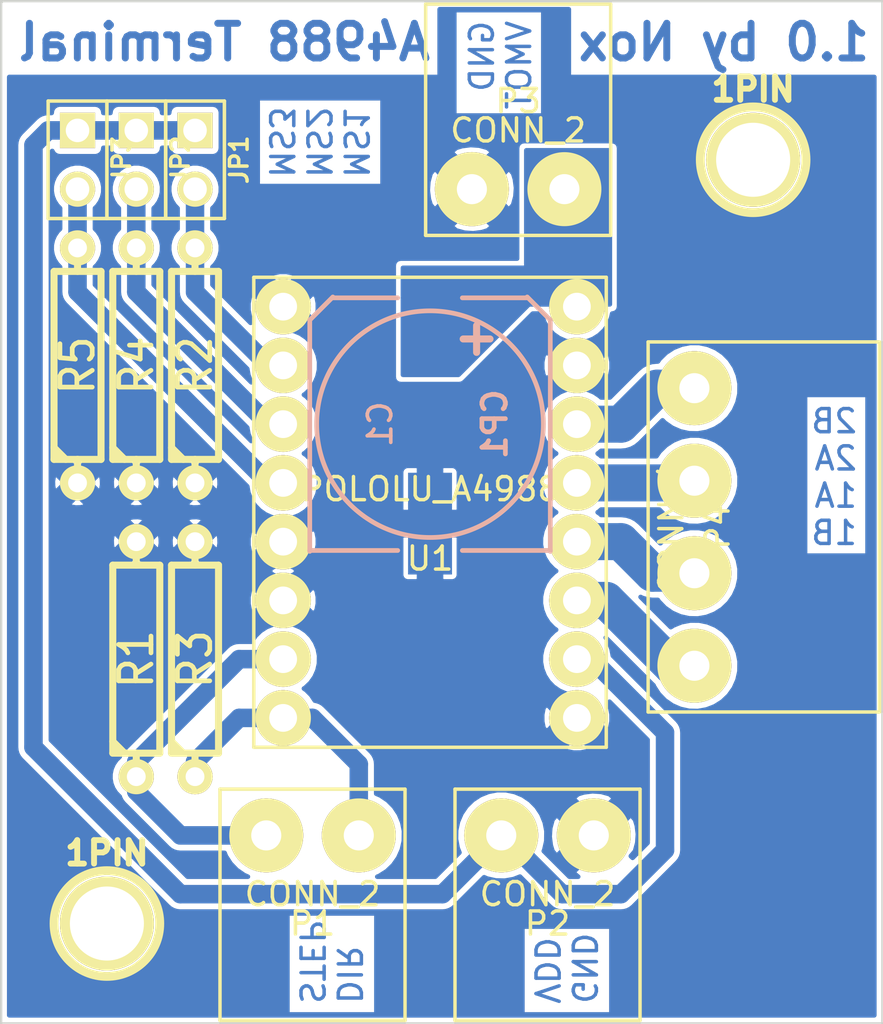
<source format=kicad_pcb>
(kicad_pcb (version 4) (host pcbnew "(2015-07-04 BZR 5884, Git c1bbf3e)-product")

  (general
    (links 32)
    (no_connects 1)
    (area 91.897999 51.360999 130.249001 95.959001)
    (thickness 1.6)
    (drawings 13)
    (tracks 50)
    (zones 0)
    (modules 16)
    (nets 13)
  )

  (page A3)
  (layers
    (0 F.Cu signal)
    (31 B.Cu signal)
    (32 B.Adhes user)
    (33 F.Adhes user)
    (34 B.Paste user)
    (35 F.Paste user)
    (36 B.SilkS user)
    (37 F.SilkS user)
    (38 B.Mask user)
    (39 F.Mask user)
    (40 Dwgs.User user hide)
    (41 Cmts.User user)
    (42 Eco1.User user)
    (43 Eco2.User user)
    (44 Edge.Cuts user)
  )

  (setup
    (last_trace_width 0.254)
    (user_trace_width 0.3)
    (user_trace_width 0.5)
    (user_trace_width 0.8)
    (user_trace_width 1)
    (user_trace_width 1.6)
    (user_trace_width 2.8)
    (trace_clearance 0.254)
    (zone_clearance 0.2)
    (zone_45_only no)
    (trace_min 0.254)
    (segment_width 0.2)
    (edge_width 0.1)
    (via_size 0.889)
    (via_drill 0.635)
    (via_min_size 0.889)
    (via_min_drill 0.508)
    (uvia_size 0.508)
    (uvia_drill 0.127)
    (uvias_allowed no)
    (uvia_min_size 0.508)
    (uvia_min_drill 0.127)
    (pcb_text_width 0.3)
    (pcb_text_size 1.5 1.5)
    (mod_edge_width 0.15)
    (mod_text_size 1 1)
    (mod_text_width 0.15)
    (pad_size 4.064 4.064)
    (pad_drill 3.2)
    (pad_to_mask_clearance 0)
    (aux_axis_origin 0 0)
    (visible_elements 7FFFFFFF)
    (pcbplotparams
      (layerselection 0x00030_80000001)
      (usegerberextensions true)
      (excludeedgelayer true)
      (linewidth 0.150000)
      (plotframeref false)
      (viasonmask false)
      (mode 1)
      (useauxorigin false)
      (hpglpennumber 1)
      (hpglpenspeed 20)
      (hpglpendiameter 15)
      (hpglpenoverlay 2)
      (psnegative false)
      (psa4output false)
      (plotreference true)
      (plotvalue true)
      (plotinvisibletext false)
      (padsonsilk false)
      (subtractmaskfromsilk false)
      (outputformat 1)
      (mirror false)
      (drillshape 0)
      (scaleselection 1)
      (outputdirectory ""))
  )

  (net 0 "")
  (net 1 +24V)
  (net 2 GND)
  (net 3 N-0000010)
  (net 4 N-0000011)
  (net 5 N-000003)
  (net 6 N-000004)
  (net 7 N-000005)
  (net 8 N-000006)
  (net 9 N-000007)
  (net 10 N-000008)
  (net 11 N-000009)
  (net 12 VDD)

  (net_class Default "Dies ist die voreingestellte Netzklasse."
    (clearance 0.254)
    (trace_width 0.254)
    (via_dia 0.889)
    (via_drill 0.635)
    (uvia_dia 0.508)
    (uvia_drill 0.127)
    (add_net +24V)
    (add_net GND)
    (add_net N-0000010)
    (add_net N-0000011)
    (add_net N-000003)
    (add_net N-000004)
    (add_net N-000005)
    (add_net N-000006)
    (add_net N-000007)
    (add_net N-000008)
    (add_net N-000009)
    (add_net VDD)
  )

  (module Terminal2 (layer F.Cu) (tedit 558AC7E6) (tstamp 558ACCFF)
    (at 114.3 59.69)
    (path /558AC112)
    (fp_text reference P3 (at 0 -3.81) (layer F.SilkS)
      (effects (font (size 1 1) (thickness 0.15)))
    )
    (fp_text value CONN_2 (at 0 -2.54) (layer F.SilkS)
      (effects (font (size 1 1) (thickness 0.15)))
    )
    (fp_line (start -4 -8) (end 4 -8) (layer F.SilkS) (width 0.15))
    (fp_line (start 4 -8) (end 4 2) (layer F.SilkS) (width 0.15))
    (fp_line (start 4 2) (end -4 2) (layer F.SilkS) (width 0.15))
    (fp_line (start -4 2) (end -4 -8) (layer F.SilkS) (width 0.15))
    (pad 1 thru_hole circle (at -2 0) (size 3.2 3.2) (drill 1.3) (layers *.Cu *.Mask F.SilkS)
      (net 2 GND))
    (pad 2 thru_hole circle (at 2 0) (size 3.2 3.2) (drill 1.3) (layers *.Cu *.Mask F.SilkS)
      (net 1 +24V))
  )

  (module Terminal2 (layer F.Cu) (tedit 558AC7E6) (tstamp 558ACD09)
    (at 105.41 87.63 180)
    (path /558AC2EB)
    (fp_text reference P1 (at 0 -3.81 180) (layer F.SilkS)
      (effects (font (size 1 1) (thickness 0.15)))
    )
    (fp_text value CONN_2 (at 0 -2.54 180) (layer F.SilkS)
      (effects (font (size 1 1) (thickness 0.15)))
    )
    (fp_line (start -4 -8) (end 4 -8) (layer F.SilkS) (width 0.15))
    (fp_line (start 4 -8) (end 4 2) (layer F.SilkS) (width 0.15))
    (fp_line (start 4 2) (end -4 2) (layer F.SilkS) (width 0.15))
    (fp_line (start -4 2) (end -4 -8) (layer F.SilkS) (width 0.15))
    (pad 1 thru_hole circle (at -2 0 180) (size 3.2 3.2) (drill 1.3) (layers *.Cu *.Mask F.SilkS)
      (net 9 N-000007))
    (pad 2 thru_hole circle (at 2 0 180) (size 3.2 3.2) (drill 1.3) (layers *.Cu *.Mask F.SilkS)
      (net 10 N-000008))
  )

  (module Terminal2 (layer F.Cu) (tedit 558AC7E6) (tstamp 558ACD13)
    (at 115.57 87.63 180)
    (path /558AC557)
    (fp_text reference P2 (at 0 -3.81 180) (layer F.SilkS)
      (effects (font (size 1 1) (thickness 0.15)))
    )
    (fp_text value CONN_2 (at 0 -2.54 180) (layer F.SilkS)
      (effects (font (size 1 1) (thickness 0.15)))
    )
    (fp_line (start -4 -8) (end 4 -8) (layer F.SilkS) (width 0.15))
    (fp_line (start 4 -8) (end 4 2) (layer F.SilkS) (width 0.15))
    (fp_line (start 4 2) (end -4 2) (layer F.SilkS) (width 0.15))
    (fp_line (start -4 2) (end -4 -8) (layer F.SilkS) (width 0.15))
    (pad 1 thru_hole circle (at -2 0 180) (size 3.2 3.2) (drill 1.3) (layers *.Cu *.Mask F.SilkS)
      (net 2 GND))
    (pad 2 thru_hole circle (at 2 0 180) (size 3.2 3.2) (drill 1.3) (layers *.Cu *.Mask F.SilkS)
      (net 12 VDD))
  )

  (module Terminal-4 (layer F.Cu) (tedit 558AC8FD) (tstamp 558ACD1F)
    (at 121.92 74.295 270)
    (path /558AC365)
    (fp_text reference P4 (at 0 -1 270) (layer F.SilkS)
      (effects (font (size 1 1) (thickness 0.15)))
    )
    (fp_text value CONN_4 (at 0 1 270) (layer F.SilkS)
      (effects (font (size 1 1) (thickness 0.15)))
    )
    (fp_line (start 8 -8) (end 8 2) (layer F.SilkS) (width 0.15))
    (fp_line (start 8 2) (end -8 2) (layer F.SilkS) (width 0.15))
    (fp_line (start -8 2) (end -8 -8) (layer F.SilkS) (width 0.15))
    (fp_line (start -8 -8) (end 8 -8) (layer F.SilkS) (width 0.15))
    (pad 2 thru_hole circle (at -2 0 270) (size 3.2 3.2) (drill 1.3) (layers *.Cu *.Mask F.SilkS)
      (net 5 N-000003))
    (pad 3 thru_hole circle (at 2 0 270) (size 3.2 3.2) (drill 1.3) (layers *.Cu *.Mask F.SilkS)
      (net 7 N-000005))
    (pad 4 thru_hole circle (at 6 0 270) (size 3.2 3.2) (drill 1.3) (layers *.Cu *.Mask F.SilkS)
      (net 6 N-000004))
    (pad 1 thru_hole circle (at -6 0 270) (size 3.2 3.2) (drill 1.3) (layers *.Cu *.Mask F.SilkS)
      (net 8 N-000006))
  )

  (module R4 (layer F.Cu) (tedit 200000) (tstamp 558ACD2D)
    (at 100.33 67.31 90)
    (descr "Resitance 4 pas")
    (tags R)
    (path /558AC003)
    (autoplace_cost180 10)
    (fp_text reference R2 (at 0 0 90) (layer F.SilkS)
      (effects (font (size 1.397 1.27) (thickness 0.2032)))
    )
    (fp_text value R (at 0 0 90) (layer F.SilkS) hide
      (effects (font (size 1.397 1.27) (thickness 0.2032)))
    )
    (fp_line (start -5.08 0) (end -4.064 0) (layer F.SilkS) (width 0.3048))
    (fp_line (start -4.064 0) (end -4.064 -1.016) (layer F.SilkS) (width 0.3048))
    (fp_line (start -4.064 -1.016) (end 4.064 -1.016) (layer F.SilkS) (width 0.3048))
    (fp_line (start 4.064 -1.016) (end 4.064 1.016) (layer F.SilkS) (width 0.3048))
    (fp_line (start 4.064 1.016) (end -4.064 1.016) (layer F.SilkS) (width 0.3048))
    (fp_line (start -4.064 1.016) (end -4.064 0) (layer F.SilkS) (width 0.3048))
    (fp_line (start -4.064 -0.508) (end -3.556 -1.016) (layer F.SilkS) (width 0.3048))
    (fp_line (start 5.08 0) (end 4.064 0) (layer F.SilkS) (width 0.3048))
    (pad 1 thru_hole circle (at -5.08 0 90) (size 1.524 1.524) (drill 0.8128) (layers *.Cu *.Mask F.SilkS)
      (net 2 GND))
    (pad 2 thru_hole circle (at 5.08 0 90) (size 1.524 1.524) (drill 0.8128) (layers *.Cu *.Mask F.SilkS)
      (net 11 N-000009))
    (model discret/resistor.wrl
      (at (xyz 0 0 0))
      (scale (xyz 0.4 0.4 0.4))
      (rotate (xyz 0 0 0))
    )
  )

  (module R4 (layer F.Cu) (tedit 200000) (tstamp 558ACD3B)
    (at 97.79 67.31 90)
    (descr "Resitance 4 pas")
    (tags R)
    (path /558AC010)
    (autoplace_cost180 10)
    (fp_text reference R4 (at 0 0 90) (layer F.SilkS)
      (effects (font (size 1.397 1.27) (thickness 0.2032)))
    )
    (fp_text value R (at 0 0 90) (layer F.SilkS) hide
      (effects (font (size 1.397 1.27) (thickness 0.2032)))
    )
    (fp_line (start -5.08 0) (end -4.064 0) (layer F.SilkS) (width 0.3048))
    (fp_line (start -4.064 0) (end -4.064 -1.016) (layer F.SilkS) (width 0.3048))
    (fp_line (start -4.064 -1.016) (end 4.064 -1.016) (layer F.SilkS) (width 0.3048))
    (fp_line (start 4.064 -1.016) (end 4.064 1.016) (layer F.SilkS) (width 0.3048))
    (fp_line (start 4.064 1.016) (end -4.064 1.016) (layer F.SilkS) (width 0.3048))
    (fp_line (start -4.064 1.016) (end -4.064 0) (layer F.SilkS) (width 0.3048))
    (fp_line (start -4.064 -0.508) (end -3.556 -1.016) (layer F.SilkS) (width 0.3048))
    (fp_line (start 5.08 0) (end 4.064 0) (layer F.SilkS) (width 0.3048))
    (pad 1 thru_hole circle (at -5.08 0 90) (size 1.524 1.524) (drill 0.8128) (layers *.Cu *.Mask F.SilkS)
      (net 2 GND))
    (pad 2 thru_hole circle (at 5.08 0 90) (size 1.524 1.524) (drill 0.8128) (layers *.Cu *.Mask F.SilkS)
      (net 4 N-0000011))
    (model discret/resistor.wrl
      (at (xyz 0 0 0))
      (scale (xyz 0.4 0.4 0.4))
      (rotate (xyz 0 0 0))
    )
  )

  (module R4 (layer F.Cu) (tedit 200000) (tstamp 558ACD49)
    (at 95.25 67.31 90)
    (descr "Resitance 4 pas")
    (tags R)
    (path /558AC016)
    (autoplace_cost180 10)
    (fp_text reference R5 (at 0 0 90) (layer F.SilkS)
      (effects (font (size 1.397 1.27) (thickness 0.2032)))
    )
    (fp_text value R (at 0 0 90) (layer F.SilkS) hide
      (effects (font (size 1.397 1.27) (thickness 0.2032)))
    )
    (fp_line (start -5.08 0) (end -4.064 0) (layer F.SilkS) (width 0.3048))
    (fp_line (start -4.064 0) (end -4.064 -1.016) (layer F.SilkS) (width 0.3048))
    (fp_line (start -4.064 -1.016) (end 4.064 -1.016) (layer F.SilkS) (width 0.3048))
    (fp_line (start 4.064 -1.016) (end 4.064 1.016) (layer F.SilkS) (width 0.3048))
    (fp_line (start 4.064 1.016) (end -4.064 1.016) (layer F.SilkS) (width 0.3048))
    (fp_line (start -4.064 1.016) (end -4.064 0) (layer F.SilkS) (width 0.3048))
    (fp_line (start -4.064 -0.508) (end -3.556 -1.016) (layer F.SilkS) (width 0.3048))
    (fp_line (start 5.08 0) (end 4.064 0) (layer F.SilkS) (width 0.3048))
    (pad 1 thru_hole circle (at -5.08 0 90) (size 1.524 1.524) (drill 0.8128) (layers *.Cu *.Mask F.SilkS)
      (net 2 GND))
    (pad 2 thru_hole circle (at 5.08 0 90) (size 1.524 1.524) (drill 0.8128) (layers *.Cu *.Mask F.SilkS)
      (net 3 N-0000010))
    (model discret/resistor.wrl
      (at (xyz 0 0 0))
      (scale (xyz 0.4 0.4 0.4))
      (rotate (xyz 0 0 0))
    )
  )

  (module R4 (layer F.Cu) (tedit 200000) (tstamp 558ACD57)
    (at 97.79 80.01 90)
    (descr "Resitance 4 pas")
    (tags R)
    (path /558AC30D)
    (autoplace_cost180 10)
    (fp_text reference R1 (at 0 0 90) (layer F.SilkS)
      (effects (font (size 1.397 1.27) (thickness 0.2032)))
    )
    (fp_text value R (at 0 0 90) (layer F.SilkS) hide
      (effects (font (size 1.397 1.27) (thickness 0.2032)))
    )
    (fp_line (start -5.08 0) (end -4.064 0) (layer F.SilkS) (width 0.3048))
    (fp_line (start -4.064 0) (end -4.064 -1.016) (layer F.SilkS) (width 0.3048))
    (fp_line (start -4.064 -1.016) (end 4.064 -1.016) (layer F.SilkS) (width 0.3048))
    (fp_line (start 4.064 -1.016) (end 4.064 1.016) (layer F.SilkS) (width 0.3048))
    (fp_line (start 4.064 1.016) (end -4.064 1.016) (layer F.SilkS) (width 0.3048))
    (fp_line (start -4.064 1.016) (end -4.064 0) (layer F.SilkS) (width 0.3048))
    (fp_line (start -4.064 -0.508) (end -3.556 -1.016) (layer F.SilkS) (width 0.3048))
    (fp_line (start 5.08 0) (end 4.064 0) (layer F.SilkS) (width 0.3048))
    (pad 1 thru_hole circle (at -5.08 0 90) (size 1.524 1.524) (drill 0.8128) (layers *.Cu *.Mask F.SilkS)
      (net 10 N-000008))
    (pad 2 thru_hole circle (at 5.08 0 90) (size 1.524 1.524) (drill 0.8128) (layers *.Cu *.Mask F.SilkS)
      (net 2 GND))
    (model discret/resistor.wrl
      (at (xyz 0 0 0))
      (scale (xyz 0.4 0.4 0.4))
      (rotate (xyz 0 0 0))
    )
  )

  (module R4 (layer F.Cu) (tedit 200000) (tstamp 558ACD65)
    (at 100.33 80.01 90)
    (descr "Resitance 4 pas")
    (tags R)
    (path /558AC31C)
    (autoplace_cost180 10)
    (fp_text reference R3 (at 0 0 90) (layer F.SilkS)
      (effects (font (size 1.397 1.27) (thickness 0.2032)))
    )
    (fp_text value R (at 0 0 90) (layer F.SilkS) hide
      (effects (font (size 1.397 1.27) (thickness 0.2032)))
    )
    (fp_line (start -5.08 0) (end -4.064 0) (layer F.SilkS) (width 0.3048))
    (fp_line (start -4.064 0) (end -4.064 -1.016) (layer F.SilkS) (width 0.3048))
    (fp_line (start -4.064 -1.016) (end 4.064 -1.016) (layer F.SilkS) (width 0.3048))
    (fp_line (start 4.064 -1.016) (end 4.064 1.016) (layer F.SilkS) (width 0.3048))
    (fp_line (start 4.064 1.016) (end -4.064 1.016) (layer F.SilkS) (width 0.3048))
    (fp_line (start -4.064 1.016) (end -4.064 0) (layer F.SilkS) (width 0.3048))
    (fp_line (start -4.064 -0.508) (end -3.556 -1.016) (layer F.SilkS) (width 0.3048))
    (fp_line (start 5.08 0) (end 4.064 0) (layer F.SilkS) (width 0.3048))
    (pad 1 thru_hole circle (at -5.08 0 90) (size 1.524 1.524) (drill 0.8128) (layers *.Cu *.Mask F.SilkS)
      (net 9 N-000007))
    (pad 2 thru_hole circle (at 5.08 0 90) (size 1.524 1.524) (drill 0.8128) (layers *.Cu *.Mask F.SilkS)
      (net 2 GND))
    (model discret/resistor.wrl
      (at (xyz 0 0 0))
      (scale (xyz 0.4 0.4 0.4))
      (rotate (xyz 0 0 0))
    )
  )

  (module Pololu_A4988 (layer F.Cu) (tedit 558ACBE0) (tstamp 558ACD7D)
    (at 110.49 73.66)
    (path /558ABE55)
    (fp_text reference U1 (at 0 2) (layer F.SilkS)
      (effects (font (size 1 1) (thickness 0.15)))
    )
    (fp_text value POLOLU_A4988 (at 0 -1) (layer F.SilkS)
      (effects (font (size 1 1) (thickness 0.15)))
    )
    (fp_line (start -7.62 -10.16) (end 7.62 -10.16) (layer F.SilkS) (width 0.15))
    (fp_line (start 7.62 -10.16) (end 7.62 10.16) (layer F.SilkS) (width 0.15))
    (fp_line (start 7.62 10.16) (end -7.62 10.16) (layer F.SilkS) (width 0.15))
    (fp_line (start -7.62 10.16) (end -7.62 -10.16) (layer F.SilkS) (width 0.15))
    (pad 1 thru_hole circle (at -6.35 -8.89) (size 2.4 2.4) (drill 1.2) (layers *.Cu *.Mask F.SilkS)
      (net 2 GND))
    (pad 2 thru_hole circle (at -6.35 -6.35) (size 2.4 2.4) (drill 1.2) (layers *.Cu *.Mask F.SilkS)
      (net 11 N-000009))
    (pad 3 thru_hole circle (at -6.35 -3.81) (size 2.4 2.4) (drill 1.2) (layers *.Cu *.Mask F.SilkS)
      (net 4 N-0000011))
    (pad 4 thru_hole circle (at -6.35 -1.27) (size 2.4 2.4) (drill 1.2) (layers *.Cu *.Mask F.SilkS)
      (net 3 N-0000010))
    (pad 5 thru_hole circle (at -6.35 1.27) (size 2.4 2.4) (drill 1.2) (layers *.Cu *.Mask F.SilkS)
      (net 2 GND))
    (pad 6 thru_hole circle (at -6.35 3.81) (size 2.4 2.4) (drill 1.2) (layers *.Cu *.Mask F.SilkS)
      (net 2 GND))
    (pad 7 thru_hole circle (at -6.35 6.35) (size 2.4 2.4) (drill 1.2) (layers *.Cu *.Mask F.SilkS)
      (net 10 N-000008))
    (pad 8 thru_hole circle (at -6.35 8.89) (size 2.4 2.4) (drill 1.2) (layers *.Cu *.Mask F.SilkS)
      (net 9 N-000007))
    (pad 9 thru_hole circle (at 6.35 8.89) (size 2.4 2.4) (drill 1.2) (layers *.Cu *.Mask F.SilkS)
      (net 2 GND))
    (pad 10 thru_hole circle (at 6.35 6.35) (size 2.4 2.4) (drill 1.2) (layers *.Cu *.Mask F.SilkS)
      (net 12 VDD))
    (pad 11 thru_hole circle (at 6.35 3.81) (size 2.4 2.4) (drill 1.2) (layers *.Cu *.Mask F.SilkS)
      (net 6 N-000004))
    (pad 12 thru_hole circle (at 6.35 1.27) (size 2.4 2.4) (drill 1.2) (layers *.Cu *.Mask F.SilkS)
      (net 7 N-000005))
    (pad 13 thru_hole circle (at 6.35 -1.27) (size 2.4 2.4) (drill 1.2) (layers *.Cu *.Mask F.SilkS)
      (net 5 N-000003))
    (pad 14 thru_hole circle (at 6.35 -3.81) (size 2.4 2.4) (drill 1.2) (layers *.Cu *.Mask F.SilkS)
      (net 8 N-000006))
    (pad 15 thru_hole circle (at 6.35 -6.35) (size 2.4 2.4) (drill 1.2) (layers *.Cu *.Mask F.SilkS)
      (net 2 GND))
    (pad 16 thru_hole circle (at 6.35 -8.89) (size 2.4 2.4) (drill 1.2) (layers *.Cu *.Mask F.SilkS)
      (net 1 +24V))
  )

  (module PIN_ARRAY_2X1 (layer F.Cu) (tedit 4565C520) (tstamp 558ACD87)
    (at 100.33 58.42 270)
    (descr "Connecteurs 2 pins")
    (tags "CONN DEV")
    (path /558ABFE8)
    (fp_text reference JP1 (at 0 -1.905 270) (layer F.SilkS)
      (effects (font (size 0.762 0.762) (thickness 0.1524)))
    )
    (fp_text value JUMPER (at 0 -1.905 270) (layer F.SilkS) hide
      (effects (font (size 0.762 0.762) (thickness 0.1524)))
    )
    (fp_line (start -2.54 1.27) (end -2.54 -1.27) (layer F.SilkS) (width 0.1524))
    (fp_line (start -2.54 -1.27) (end 2.54 -1.27) (layer F.SilkS) (width 0.1524))
    (fp_line (start 2.54 -1.27) (end 2.54 1.27) (layer F.SilkS) (width 0.1524))
    (fp_line (start 2.54 1.27) (end -2.54 1.27) (layer F.SilkS) (width 0.1524))
    (pad 1 thru_hole rect (at -1.27 0 270) (size 1.524 1.524) (drill 1.016) (layers *.Cu *.Mask F.SilkS)
      (net 12 VDD))
    (pad 2 thru_hole circle (at 1.27 0 270) (size 1.524 1.524) (drill 1.016) (layers *.Cu *.Mask F.SilkS)
      (net 11 N-000009))
    (model pin_array/pins_array_2x1.wrl
      (at (xyz 0 0 0))
      (scale (xyz 1 1 1))
      (rotate (xyz 0 0 0))
    )
  )

  (module PIN_ARRAY_2X1 (layer F.Cu) (tedit 4565C520) (tstamp 558ACD91)
    (at 97.79 58.42 270)
    (descr "Connecteurs 2 pins")
    (tags "CONN DEV")
    (path /558ABFF5)
    (fp_text reference JP2 (at 0 -1.905 270) (layer F.SilkS)
      (effects (font (size 0.762 0.762) (thickness 0.1524)))
    )
    (fp_text value JUMPER (at 0 -1.905 270) (layer F.SilkS) hide
      (effects (font (size 0.762 0.762) (thickness 0.1524)))
    )
    (fp_line (start -2.54 1.27) (end -2.54 -1.27) (layer F.SilkS) (width 0.1524))
    (fp_line (start -2.54 -1.27) (end 2.54 -1.27) (layer F.SilkS) (width 0.1524))
    (fp_line (start 2.54 -1.27) (end 2.54 1.27) (layer F.SilkS) (width 0.1524))
    (fp_line (start 2.54 1.27) (end -2.54 1.27) (layer F.SilkS) (width 0.1524))
    (pad 1 thru_hole rect (at -1.27 0 270) (size 1.524 1.524) (drill 1.016) (layers *.Cu *.Mask F.SilkS)
      (net 12 VDD))
    (pad 2 thru_hole circle (at 1.27 0 270) (size 1.524 1.524) (drill 1.016) (layers *.Cu *.Mask F.SilkS)
      (net 4 N-0000011))
    (model pin_array/pins_array_2x1.wrl
      (at (xyz 0 0 0))
      (scale (xyz 1 1 1))
      (rotate (xyz 0 0 0))
    )
  )

  (module PIN_ARRAY_2X1 (layer F.Cu) (tedit 4565C520) (tstamp 558ACD9B)
    (at 95.25 58.42 270)
    (descr "Connecteurs 2 pins")
    (tags "CONN DEV")
    (path /558ABFFB)
    (fp_text reference JP3 (at 0 -1.905 270) (layer F.SilkS)
      (effects (font (size 0.762 0.762) (thickness 0.1524)))
    )
    (fp_text value JUMPER (at 0 -1.905 270) (layer F.SilkS) hide
      (effects (font (size 0.762 0.762) (thickness 0.1524)))
    )
    (fp_line (start -2.54 1.27) (end -2.54 -1.27) (layer F.SilkS) (width 0.1524))
    (fp_line (start -2.54 -1.27) (end 2.54 -1.27) (layer F.SilkS) (width 0.1524))
    (fp_line (start 2.54 -1.27) (end 2.54 1.27) (layer F.SilkS) (width 0.1524))
    (fp_line (start 2.54 1.27) (end -2.54 1.27) (layer F.SilkS) (width 0.1524))
    (pad 1 thru_hole rect (at -1.27 0 270) (size 1.524 1.524) (drill 1.016) (layers *.Cu *.Mask F.SilkS)
      (net 12 VDD))
    (pad 2 thru_hole circle (at 1.27 0 270) (size 1.524 1.524) (drill 1.016) (layers *.Cu *.Mask F.SilkS)
      (net 3 N-0000010))
    (model pin_array/pins_array_2x1.wrl
      (at (xyz 0 0 0))
      (scale (xyz 1 1 1))
      (rotate (xyz 0 0 0))
    )
  )

  (module SMDSVP10 (layer B.Cu) (tedit 4E4E6A58) (tstamp 558ACDA2)
    (at 110.49 69.85 270)
    (path /558AC0F9)
    (attr smd)
    (fp_text reference C1 (at 0 2.159 270) (layer B.SilkS)
      (effects (font (size 1.016 1.00076) (thickness 0.15748)) (justify mirror))
    )
    (fp_text value CP1 (at 0 -2.79908 270) (layer B.SilkS)
      (effects (font (size 1.016 1.00076) (thickness 0.2032)) (justify mirror))
    )
    (fp_line (start -5.461 -4.191) (end -5.461 -1.397) (layer B.SilkS) (width 0.2032))
    (fp_line (start -5.461 4.191) (end -5.461 1.397) (layer B.SilkS) (width 0.2032))
    (fp_line (start 5.461 -5.207) (end 5.461 -1.397) (layer B.SilkS) (width 0.2032))
    (fp_line (start 5.461 5.207) (end 5.461 1.397) (layer B.SilkS) (width 0.2032))
    (fp_text user + (at -3.683 -1.905 270) (layer B.SilkS)
      (effects (font (thickness 0.3048)) (justify mirror))
    )
    (fp_circle (center 0 0) (end 4.89966 0) (layer B.SilkS) (width 0.2032))
    (fp_line (start 5.4991 5.19938) (end -4.50088 5.19938) (layer B.SilkS) (width 0.2032))
    (fp_line (start -4.50088 5.19938) (end -5.4991 4.20116) (layer B.SilkS) (width 0.2032))
    (fp_line (start -5.4991 -4.20116) (end -4.50088 -5.19938) (layer B.SilkS) (width 0.2032))
    (fp_line (start -4.50088 -5.19938) (end 5.4991 -5.19938) (layer B.SilkS) (width 0.2032))
    (pad 1 smd rect (at -4.39928 0 270) (size 4.39928 1.89992) (layers B.Cu B.Paste B.Mask)
      (net 1 +24V))
    (pad 2 smd rect (at 4.30022 0 270) (size 4.39928 1.89992) (layers B.Cu B.Paste B.Mask)
      (net 2 GND))
    (model smd\capacitors\c_elec_10x10_5.wrl
      (at (xyz 0 0 0.001))
      (scale (xyz 1 1 1))
      (rotate (xyz 0 0 0))
    )
  )

  (module 1pin (layer F.Cu) (tedit 558AE44B) (tstamp 558B411B)
    (at 124.46 58.42)
    (descr "module 1 pin (ou trou mecanique de percage)")
    (tags DEV)
    (path 1pin)
    (fp_text reference 1PIN (at 0 -3.048) (layer F.SilkS)
      (effects (font (size 1.016 1.016) (thickness 0.254)))
    )
    (fp_text value P*** (at 0 2.794) (layer F.SilkS) hide
      (effects (font (size 1.016 1.016) (thickness 0.254)))
    )
    (fp_circle (center 0 0) (end 0 -2.286) (layer F.SilkS) (width 0.381))
    (pad 1 thru_hole circle (at 0 0) (size 4.064 4.064) (drill 3.2) (layers *.Cu *.Mask F.SilkS))
  )

  (module 1pin (layer F.Cu) (tedit 558AE49D) (tstamp 558B4150)
    (at 96.52 91.44)
    (descr "module 1 pin (ou trou mecanique de percage)")
    (tags DEV)
    (path 1pin)
    (fp_text reference 1PIN (at 0 -3.048) (layer F.SilkS)
      (effects (font (size 1.016 1.016) (thickness 0.254)))
    )
    (fp_text value P*** (at 0 2.794) (layer F.SilkS) hide
      (effects (font (size 1.016 1.016) (thickness 0.254)))
    )
    (fp_circle (center 0 0) (end 0 -2.286) (layer F.SilkS) (width 0.381))
    (pad 1 thru_hole circle (at 0 0) (size 4.064 4.064) (drill 3.2) (layers *.Cu *.Mask F.SilkS))
  )

  (gr_text "MS1\nMS2\nMS3" (at 105.664 57.658 270) (layer B.Cu)
    (effects (font (size 1 1) (thickness 0.15)) (justify mirror))
  )
  (gr_text "1.0 by Nox" (at 123.19 53.34) (layer B.Cu)
    (effects (font (size 1.5 1.5) (thickness 0.3)) (justify mirror))
  )
  (gr_text "A4988 Terminal" (at 101.6 53.34) (layer B.Cu)
    (effects (font (size 1.5 1.5) (thickness 0.3)) (justify mirror))
  )
  (gr_text "GND\nVMOT" (at 113.538 52.324 90) (layer B.Cu)
    (effects (font (size 1 1) (thickness 0.15)) (justify left mirror))
  )
  (gr_text "2B\n2A\n1A\n1B" (at 129.032 72.136) (layer B.Cu)
    (effects (font (size 1 1) (thickness 0.15)) (justify left mirror))
  )
  (gr_text "GND\nVDD" (at 116.332 94.996 270) (layer B.Cu)
    (effects (font (size 1 1) (thickness 0.15)) (justify left mirror))
  )
  (gr_text "VDD\nGND" (at 121.158 94.996 90) (layer Eco2.User)
    (effects (font (size 1.5 1.5) (thickness 0.3)) (justify left))
  )
  (gr_text "DIR\nSTEP" (at 106.172 94.996 270) (layer B.Cu)
    (effects (font (size 1 1) (thickness 0.15)) (justify left mirror))
  )
  (target plus (at 91.948 51.562) (size 0.005) (width 0.1) (layer Edge.Cuts))
  (gr_line (start 91.948 95.758) (end 91.948 51.562) (angle 90) (layer Edge.Cuts) (width 0.1))
  (gr_line (start 130.048 95.758) (end 91.948 95.758) (angle 90) (layer Edge.Cuts) (width 0.1))
  (gr_line (start 130.048 51.562) (end 130.048 95.758) (angle 90) (layer Edge.Cuts) (width 0.1))
  (gr_line (start 91.948 51.562) (end 130.048 51.562) (angle 90) (layer Edge.Cuts) (width 0.1))

  (segment (start 95.25 62.23) (end 95.25 59.69) (width 0.8) (layer B.Cu) (net 3))
  (segment (start 95.25 62.23) (end 95.25 64.135) (width 0.8) (layer B.Cu) (net 3))
  (segment (start 103.505 72.39) (end 104.14 72.39) (width 0.8) (layer B.Cu) (net 3) (tstamp 558AD056))
  (segment (start 95.25 64.135) (end 103.505 72.39) (width 0.8) (layer B.Cu) (net 3) (tstamp 558AD04F))
  (segment (start 97.79 62.23) (end 97.79 59.69) (width 0.8) (layer B.Cu) (net 4))
  (segment (start 104.14 69.85) (end 103.505 69.85) (width 0.8) (layer B.Cu) (net 4))
  (segment (start 97.79 64.135) (end 97.79 62.23) (width 0.8) (layer B.Cu) (net 4) (tstamp 558AD04C))
  (segment (start 103.505 69.85) (end 97.79 64.135) (width 0.8) (layer B.Cu) (net 4) (tstamp 558AD04A))
  (segment (start 116.84 72.39) (end 121.825 72.39) (width 1.6) (layer B.Cu) (net 5))
  (segment (start 121.825 72.39) (end 121.92 72.295) (width 1.6) (layer B.Cu) (net 5) (tstamp 558AD123))
  (segment (start 116.84 77.47) (end 118.11 77.47) (width 1.6) (layer B.Cu) (net 6))
  (segment (start 120.935 80.295) (end 121.92 80.295) (width 1.6) (layer B.Cu) (net 6) (tstamp 558AD12B))
  (segment (start 118.11 77.47) (end 120.935 80.295) (width 1.6) (layer B.Cu) (net 6) (tstamp 558AD12A))
  (segment (start 116.84 74.93) (end 118.745 74.93) (width 1.6) (layer B.Cu) (net 7))
  (segment (start 120.11 76.295) (end 121.92 76.295) (width 1.6) (layer B.Cu) (net 7) (tstamp 558AD127))
  (segment (start 118.745 74.93) (end 120.11 76.295) (width 1.6) (layer B.Cu) (net 7) (tstamp 558AD126))
  (segment (start 116.84 69.85) (end 118.745 69.85) (width 1.6) (layer B.Cu) (net 8))
  (segment (start 120.3 68.295) (end 121.92 68.295) (width 1.6) (layer B.Cu) (net 8) (tstamp 558AD120))
  (segment (start 118.745 69.85) (end 120.3 68.295) (width 1.6) (layer B.Cu) (net 8) (tstamp 558AD11F))
  (segment (start 104.14 82.55) (end 105.41 82.55) (width 0.8) (layer B.Cu) (net 9))
  (segment (start 107.41 84.55) (end 107.41 87.63) (width 0.8) (layer B.Cu) (net 9) (tstamp 558AD0DB))
  (segment (start 105.41 82.55) (end 107.41 84.55) (width 0.8) (layer B.Cu) (net 9) (tstamp 558AD0DA))
  (segment (start 100.33 85.09) (end 100.33 84.455) (width 0.8) (layer B.Cu) (net 9))
  (segment (start 102.235 82.55) (end 104.14 82.55) (width 0.8) (layer B.Cu) (net 9) (tstamp 558AD0D3))
  (segment (start 100.33 84.455) (end 102.235 82.55) (width 0.8) (layer B.Cu) (net 9) (tstamp 558AD0D2))
  (segment (start 97.79 85.09) (end 97.79 85.725) (width 0.8) (layer B.Cu) (net 10))
  (segment (start 99.695 87.63) (end 103.41 87.63) (width 0.8) (layer B.Cu) (net 10) (tstamp 558AD0DF))
  (segment (start 97.79 85.725) (end 99.695 87.63) (width 0.8) (layer B.Cu) (net 10) (tstamp 558AD0DE))
  (segment (start 97.79 85.09) (end 97.79 84.455) (width 0.8) (layer B.Cu) (net 10))
  (segment (start 102.235 80.01) (end 104.14 80.01) (width 0.8) (layer B.Cu) (net 10) (tstamp 558AD0D7))
  (segment (start 97.79 84.455) (end 102.235 80.01) (width 0.8) (layer B.Cu) (net 10) (tstamp 558AD0D6))
  (segment (start 100.33 59.69) (end 100.33 62.23) (width 0.8) (layer B.Cu) (net 11))
  (segment (start 100.33 62.23) (end 100.33 64.135) (width 0.8) (layer B.Cu) (net 11))
  (segment (start 103.505 67.31) (end 104.14 67.31) (width 0.8) (layer B.Cu) (net 11) (tstamp 558AD031))
  (segment (start 100.33 64.135) (end 103.505 67.31) (width 0.8) (layer B.Cu) (net 11) (tstamp 558AD02F))
  (segment (start 113.57 87.63) (end 113.665 87.63) (width 0.8) (layer B.Cu) (net 12))
  (segment (start 117.475 80.01) (end 116.84 80.01) (width 0.8) (layer B.Cu) (net 12) (tstamp 558AD7C2))
  (segment (start 120.65 83.185) (end 117.475 80.01) (width 0.8) (layer B.Cu) (net 12) (tstamp 558AD7B7))
  (segment (start 120.65 88.265) (end 120.65 83.185) (width 0.8) (layer B.Cu) (net 12) (tstamp 558AD7B6))
  (segment (start 118.745 90.17) (end 120.65 88.265) (width 0.8) (layer B.Cu) (net 12) (tstamp 558AD7B5))
  (segment (start 116.205 90.17) (end 118.745 90.17) (width 0.8) (layer B.Cu) (net 12) (tstamp 558AD7B4))
  (segment (start 113.665 87.63) (end 116.205 90.17) (width 0.8) (layer B.Cu) (net 12) (tstamp 558AD7B1))
  (segment (start 95.25 57.15) (end 93.98 57.15) (width 0.8) (layer B.Cu) (net 12))
  (segment (start 111.03 90.17) (end 113.57 87.63) (width 0.8) (layer B.Cu) (net 12) (tstamp 558AD77E))
  (segment (start 99.695 90.17) (end 111.03 90.17) (width 0.8) (layer B.Cu) (net 12) (tstamp 558AD77A))
  (segment (start 93.345 83.82) (end 99.695 90.17) (width 0.8) (layer B.Cu) (net 12) (tstamp 558AD776))
  (segment (start 93.345 57.785) (end 93.345 83.82) (width 0.8) (layer B.Cu) (net 12) (tstamp 558AD773))
  (segment (start 93.98 57.15) (end 93.345 57.785) (width 0.8) (layer B.Cu) (net 12) (tstamp 558AD771))
  (segment (start 97.79 57.15) (end 100.33 57.15) (width 0.8) (layer B.Cu) (net 12))
  (segment (start 95.25 57.15) (end 97.79 57.15) (width 0.8) (layer B.Cu) (net 12))

  (zone (net 1) (net_name +24V) (layer B.Cu) (tstamp 558AD19F) (hatch edge 0.508)
    (priority 1)
    (connect_pads yes (clearance 0.2))
    (min_thickness 0.2)
    (fill yes (arc_segments 32) (thermal_gap 0.508) (thermal_bridge_width 0.508))
    (polygon
      (pts
        (xy 118.364 64.77) (xy 115.824 64.77) (xy 114.808 64.77) (xy 111.76 67.818) (xy 109.22 67.818)
        (xy 109.22 62.992) (xy 114.554 62.992) (xy 114.554 57.912) (xy 118.364 57.912)
      )
    )
    (filled_polygon
      (pts
        (xy 118.264 64.67) (xy 114.808 64.67) (xy 114.769731 64.677612) (xy 114.737289 64.699289) (xy 111.718578 67.718)
        (xy 109.32 67.718) (xy 109.32 63.092) (xy 114.554 63.092) (xy 114.592268 63.084388) (xy 114.624711 63.062711)
        (xy 114.646388 63.030268) (xy 114.654 62.992) (xy 114.654 58.012) (xy 118.264 58.012) (xy 118.264 64.67)
      )
    )
  )
  (zone (net 2) (net_name GND) (layer B.Cu) (tstamp 558AD86E) (hatch edge 0.508)
    (connect_pads (clearance 0.2))
    (min_thickness 0.2)
    (fill yes (arc_segments 32) (thermal_gap 0.2) (thermal_bridge_width 1.2))
    (polygon
      (pts
        (xy 130.048 95.758) (xy 91.948 95.758) (xy 91.948 51.562) (xy 130.048 51.562)
      )
    )
    (filled_polygon
      (pts
        (xy 116.49 54.84) (xy 129.698 54.84) (xy 129.698 95.408) (xy 92.298 95.408) (xy 92.298 95.371)
        (xy 104.322 95.371) (xy 108.172 95.371) (xy 108.172 91.573381) (xy 114.482 91.573381) (xy 108.172 91.573381)
        (xy 108.172 91.573381) (xy 114.482 91.573381) (xy 114.482 95.371) (xy 118.332 95.371) (xy 118.332 91.573381)
        (xy 114.482 91.573381) (xy 108.172 91.573381) (xy 108.172 91.001952) (xy 104.322 91.001952) (xy 98.865692 91.001952)
        (xy 98.815217 90.747033) (xy 98.636907 90.314421) (xy 98.377964 89.924681) (xy 98.048253 89.59266) (xy 97.66033 89.331003)
        (xy 97.228973 89.149677) (xy 96.770612 89.055589) (xy 96.302704 89.052322) (xy 95.843074 89.140002) (xy 95.409227 89.315287)
        (xy 95.017689 89.571502) (xy 94.683374 89.898888) (xy 94.419015 90.284974) (xy 94.234682 90.715055) (xy 94.137397 91.172748)
        (xy 94.130864 91.640621) (xy 94.215332 92.100853) (xy 94.387584 92.535913) (xy 94.64106 92.92923) (xy 94.966103 93.265822)
        (xy 95.350335 93.53287) (xy 95.779118 93.720201) (xy 96.236121 93.820679) (xy 96.703937 93.830479) (xy 97.164747 93.749226)
        (xy 97.600999 93.580015) (xy 97.996076 93.329291) (xy 98.33493 93.006605) (xy 98.604653 92.624248) (xy 98.794973 92.196783)
        (xy 98.89864 91.740492) (xy 98.906102 91.206041) (xy 98.865692 91.001952) (xy 104.322 91.001952) (xy 98.865692 91.001952)
        (xy 98.865692 91.001952) (xy 104.322 91.001952) (xy 104.322 95.371) (xy 92.298 95.371) (xy 92.298 56.032287)
        (xy 94.488 56.032287) (xy 94.430556 56.036956) (xy 94.335227 56.066765) (xy 94.251944 56.1219) (xy 94.187272 56.198015)
        (xy 94.14631 56.289109) (xy 94.132287 56.388) (xy 94.132287 56.396) (xy 93.98 56.396) (xy 93.910741 56.402791)
        (xy 93.841301 56.408866) (xy 93.837489 56.409973) (xy 93.833547 56.41036) (xy 93.766873 56.43049) (xy 93.699989 56.449922)
        (xy 93.696472 56.451745) (xy 93.692673 56.452892) (xy 93.63112 56.485621) (xy 93.569342 56.517643) (xy 93.566246 56.520114)
        (xy 93.562743 56.521977) (xy 93.508788 56.565982) (xy 93.454337 56.609449) (xy 93.448815 56.614895) (xy 93.448706 56.614984)
        (xy 93.448622 56.615085) (xy 93.446842 56.616841) (xy 92.811841 57.251841) (xy 92.767613 57.305686) (xy 92.722864 57.359015)
        (xy 92.720953 57.362491) (xy 92.718438 57.365553) (xy 92.685521 57.426942) (xy 92.651972 57.487968) (xy 92.650774 57.491744)
        (xy 92.648899 57.495241) (xy 92.628512 57.561924) (xy 92.607477 57.628235) (xy 92.607036 57.63217) (xy 92.605875 57.635966)
        (xy 92.598837 57.705262) (xy 92.591073 57.774473) (xy 92.591019 57.782228) (xy 92.591005 57.782368) (xy 92.591017 57.782499)
        (xy 92.591 57.785) (xy 92.591 83.82) (xy 92.5978 83.889349) (xy 92.603867 83.9587) (xy 92.604973 83.962507)
        (xy 92.60536 83.966453) (xy 92.625499 84.033157) (xy 92.644922 84.100011) (xy 92.646745 84.103528) (xy 92.647892 84.107327)
        (xy 92.680621 84.16888) (xy 92.712643 84.230658) (xy 92.715114 84.233754) (xy 92.716977 84.237257) (xy 92.760982 84.291212)
        (xy 92.804449 84.345663) (xy 92.809899 84.351189) (xy 92.809984 84.351294) (xy 92.810081 84.351374) (xy 92.811841 84.353159)
        (xy 99.161841 90.703158) (xy 99.215656 90.747362) (xy 99.269015 90.792136) (xy 99.272491 90.794047) (xy 99.275553 90.796562)
        (xy 99.336942 90.829479) (xy 99.397968 90.863028) (xy 99.401744 90.864226) (xy 99.405241 90.866101) (xy 99.471883 90.886475)
        (xy 99.538235 90.907523) (xy 99.542175 90.907965) (xy 99.545966 90.909124) (xy 99.615212 90.916158) (xy 99.684473 90.923927)
        (xy 99.692228 90.923981) (xy 99.692368 90.923995) (xy 99.692499 90.923983) (xy 99.695 90.924) (xy 111.03 90.924)
        (xy 111.099349 90.9172) (xy 111.1687 90.911133) (xy 111.172507 90.910027) (xy 111.176453 90.90964) (xy 111.243157 90.889501)
        (xy 111.310011 90.870078) (xy 111.313528 90.868255) (xy 111.317327 90.867108) (xy 111.37888 90.834379) (xy 111.440658 90.802357)
        (xy 111.443754 90.799886) (xy 111.447257 90.798023) (xy 111.501212 90.754018) (xy 111.555663 90.710551) (xy 111.561189 90.705101)
        (xy 111.561294 90.705016) (xy 111.561374 90.704919) (xy 111.563159 90.703159) (xy 112.828038 89.43828) (xy 112.963259 89.497357)
        (xy 113.337519 89.579643) (xy 113.720634 89.587668) (xy 114.098012 89.521126) (xy 114.380312 89.411629) (xy 115.671841 90.703158)
        (xy 115.725656 90.747362) (xy 115.779015 90.792136) (xy 115.782491 90.794047) (xy 115.785553 90.796562) (xy 115.846908 90.82946)
        (xy 115.907968 90.863028) (xy 115.911748 90.864227) (xy 115.915241 90.8661) (xy 115.981837 90.886461) (xy 116.048235 90.907523)
        (xy 116.052175 90.907965) (xy 116.055966 90.909124) (xy 116.125212 90.916158) (xy 116.194473 90.923927) (xy 116.202228 90.923981)
        (xy 116.202368 90.923995) (xy 116.202499 90.923983) (xy 116.205 90.924) (xy 118.745 90.924) (xy 118.814349 90.9172)
        (xy 118.8837 90.911133) (xy 118.887507 90.910027) (xy 118.891453 90.90964) (xy 118.958157 90.889501) (xy 119.025011 90.870078)
        (xy 119.028528 90.868255) (xy 119.032327 90.867108) (xy 119.09388 90.834379) (xy 119.155658 90.802357) (xy 119.158754 90.799886)
        (xy 119.162257 90.798023) (xy 119.216212 90.754018) (xy 119.270663 90.710551) (xy 119.276189 90.705101) (xy 119.276294 90.705016)
        (xy 119.276374 90.704919) (xy 119.278159 90.703159) (xy 121.183159 88.798158) (xy 121.227348 88.744361) (xy 121.272136 88.690985)
        (xy 121.274049 88.687506) (xy 121.276562 88.684446) (xy 121.309468 88.623078) (xy 121.343028 88.562032) (xy 121.344226 88.558256)
        (xy 121.346101 88.554759) (xy 121.366488 88.488076) (xy 121.387523 88.421765) (xy 121.387964 88.41783) (xy 121.389125 88.414034)
        (xy 121.396163 88.344738) (xy 121.403927 88.275527) (xy 121.403981 88.267772) (xy 121.403995 88.267632) (xy 121.403983 88.267501)
        (xy 121.404 88.265) (xy 121.404 83.185) (xy 121.3972 83.115651) (xy 121.391133 83.0463) (xy 121.390027 83.042493)
        (xy 121.38964 83.038547) (xy 121.369501 82.971843) (xy 121.350078 82.904989) (xy 121.348255 82.901472) (xy 121.347108 82.897673)
        (xy 121.314379 82.83612) (xy 121.282357 82.774342) (xy 121.279886 82.771246) (xy 121.278023 82.767743) (xy 121.234018 82.713788)
        (xy 121.190551 82.659337) (xy 121.185105 82.653815) (xy 121.185016 82.653706) (xy 121.184915 82.653622) (xy 121.183158 82.651841)
        (xy 118.393995 79.862678) (xy 118.394066 79.857622) (xy 118.334873 79.558671) (xy 118.218739 79.276911) (xy 118.087743 79.079745)
        (xy 120.118999 81.111001) (xy 120.152206 81.138278) (xy 120.173671 81.192491) (xy 120.381253 81.514596) (xy 120.647446 81.790246)
        (xy 120.96211 82.008943) (xy 121.313259 82.162357) (xy 121.687519 82.244643) (xy 122.070634 82.252668) (xy 122.448012 82.186126)
        (xy 122.805278 82.047552) (xy 123.128824 81.842224) (xy 123.406326 81.577962) (xy 123.627214 81.264833) (xy 123.783075 80.914763)
        (xy 123.867973 80.541086) (xy 123.874084 80.1034) (xy 123.799654 79.727499) (xy 123.653628 79.373214) (xy 123.441569 79.054039)
        (xy 123.171553 78.782132) (xy 122.853867 78.56785) (xy 122.500609 78.419354) (xy 122.125237 78.342301) (xy 121.742047 78.339626)
        (xy 121.365635 78.41143) (xy 121.010339 78.554979) (xy 120.899507 78.627505) (xy 119.593854 77.321852) (xy 119.655391 77.355682)
        (xy 119.661172 77.357516) (xy 119.666523 77.360385) (xy 119.768503 77.391563) (xy 119.87007 77.423782) (xy 119.876099 77.424458)
        (xy 119.881904 77.426233) (xy 119.987993 77.43701) (xy 120.093888 77.448888) (xy 120.10574 77.44897) (xy 120.105972 77.448994)
        (xy 120.106189 77.448974) (xy 120.11 77.449) (xy 120.338979 77.449) (xy 120.381253 77.514596) (xy 120.647446 77.790246)
        (xy 120.96211 78.008943) (xy 121.313259 78.162357) (xy 121.687519 78.244643) (xy 122.070634 78.252668) (xy 122.448012 78.186126)
        (xy 122.805278 78.047552) (xy 123.128824 77.842224) (xy 123.406326 77.577962) (xy 123.627214 77.264833) (xy 123.783075 76.914763)
        (xy 123.867973 76.541086) (xy 123.874084 76.1034) (xy 123.799654 75.727499) (xy 123.653628 75.373214) (xy 123.441569 75.054039)
        (xy 123.171553 74.782132) (xy 122.853867 74.56785) (xy 122.500609 74.419354) (xy 122.125237 74.342301) (xy 121.742047 74.339626)
        (xy 121.365635 74.41143) (xy 121.010339 74.554979) (xy 120.689692 74.764805) (xy 120.448247 75.001244) (xy 119.561001 74.113999)
        (xy 119.478626 74.046335) (xy 119.396972 73.977819) (xy 119.391653 73.974895) (xy 119.386965 73.971044) (xy 119.29304 73.920682)
        (xy 119.199609 73.869318) (xy 119.193823 73.867483) (xy 119.188477 73.864616) (xy 119.086543 73.833451) (xy 118.98493 73.801218)
        (xy 118.978901 73.800542) (xy 118.973096 73.798767) (xy 118.867051 73.787995) (xy 118.761112 73.776112) (xy 118.74925 73.77603)
        (xy 118.749028 73.776007) (xy 118.748821 73.776027) (xy 118.745 73.776) (xy 117.884179 73.776) (xy 117.83535 73.726829)
        (xy 117.73765 73.66093) (xy 117.801367 73.620494) (xy 117.881694 73.544) (xy 120.409648 73.544) (xy 120.647446 73.790246)
        (xy 120.96211 74.008943) (xy 121.313259 74.162357) (xy 121.687519 74.244643) (xy 122.070634 74.252668) (xy 122.448012 74.186126)
        (xy 122.805278 74.047552) (xy 123.128824 73.842224) (xy 123.406326 73.577962) (xy 123.627214 73.264833) (xy 123.783075 72.914763)
        (xy 123.867973 72.541086) (xy 123.874084 72.1034) (xy 123.799654 71.727499) (xy 123.653628 71.373214) (xy 123.441569 71.054039)
        (xy 123.171553 70.782132) (xy 122.853867 70.56785) (xy 122.500609 70.419354) (xy 122.125237 70.342301) (xy 121.742047 70.339626)
        (xy 121.365635 70.41143) (xy 121.010339 70.554979) (xy 120.689692 70.764805) (xy 120.415906 71.032915) (xy 120.276851 71.236)
        (xy 117.884179 71.236) (xy 117.83535 71.186829) (xy 117.73765 71.12093) (xy 117.801367 71.080494) (xy 117.881694 71.004)
        (xy 118.745 71.004) (xy 118.851125 70.993594) (xy 118.95728 70.984307) (xy 118.963107 70.982614) (xy 118.969146 70.982022)
        (xy 119.071173 70.951218) (xy 119.173558 70.921473) (xy 119.178947 70.918679) (xy 119.184755 70.916926) (xy 119.278863 70.866888)
        (xy 119.373513 70.817826) (xy 119.378255 70.81404) (xy 119.383614 70.811191) (xy 119.466223 70.743817) (xy 119.549529 70.677315)
        (xy 119.55797 70.66899) (xy 119.558148 70.668845) (xy 119.558284 70.66868) (xy 119.561001 70.666001) (xy 120.54394 69.683062)
        (xy 120.647446 69.790246) (xy 120.96211 70.008943) (xy 121.313259 70.162357) (xy 121.687519 70.244643) (xy 122.070634 70.252668)
        (xy 122.448012 70.186126) (xy 122.805278 70.047552) (xy 123.128824 69.842224) (xy 123.406326 69.577962) (xy 123.627214 69.264833)
        (xy 123.783075 68.914763) (xy 123.857768 68.586) (xy 126.704619 68.586) (xy 126.704619 75.536) (xy 129.407 75.536)
        (xy 129.407 68.586) (xy 126.704619 68.586) (xy 123.857768 68.586) (xy 123.867973 68.541086) (xy 123.874084 68.1034)
        (xy 123.799654 67.727499) (xy 123.653628 67.373214) (xy 123.441569 67.054039) (xy 123.171553 66.782132) (xy 122.853867 66.56785)
        (xy 122.500609 66.419354) (xy 122.125237 66.342301) (xy 121.742047 66.339626) (xy 121.365635 66.41143) (xy 121.010339 66.554979)
        (xy 120.689692 66.764805) (xy 120.415906 67.032915) (xy 120.341899 67.141) (xy 120.3 67.141) (xy 120.193875 67.151406)
        (xy 120.08772 67.160693) (xy 120.081893 67.162386) (xy 120.075854 67.162978) (xy 119.973781 67.193796) (xy 119.871442 67.223528)
        (xy 119.866057 67.226319) (xy 119.860245 67.228074) (xy 119.766062 67.278152) (xy 119.671487 67.327175) (xy 119.666748 67.330958)
        (xy 119.661386 67.333809) (xy 119.57875 67.401205) (xy 119.495471 67.467685) (xy 119.48703 67.47601) (xy 119.486852 67.476155)
        (xy 119.486716 67.47632) (xy 119.483999 67.478999) (xy 118.266998 68.696) (xy 117.884179 68.696) (xy 117.83535 68.646829)
        (xy 117.582696 68.476412) (xy 117.301754 68.358315) (xy 117.150072 68.327179) (xy 116.84 68.017107) (xy 116.530075 68.327032)
        (xy 116.399118 68.352013) (xy 116.116554 68.466176) (xy 115.861546 68.633049) (xy 115.643807 68.846275) (xy 115.47163 69.097732)
        (xy 115.351575 69.377844) (xy 115.288213 69.675939) (xy 115.283957 69.980665) (xy 115.338972 70.280413) (xy 115.451159 70.563767)
        (xy 115.616248 70.819934) (xy 115.827948 71.039157) (xy 115.943465 71.119443) (xy 115.861546 71.173049) (xy 115.643807 71.386275)
        (xy 115.47163 71.637732) (xy 115.351575 71.917844) (xy 115.288213 72.215939) (xy 115.283957 72.520665) (xy 115.338972 72.820413)
        (xy 115.451159 73.103767) (xy 115.616248 73.359934) (xy 115.827948 73.579157) (xy 115.943465 73.659443) (xy 115.861546 73.713049)
        (xy 115.643807 73.926275) (xy 115.47163 74.177732) (xy 115.351575 74.457844) (xy 115.288213 74.755939) (xy 115.283957 75.060665)
        (xy 115.338972 75.360413) (xy 115.451159 75.643767) (xy 115.616248 75.899934) (xy 115.827948 76.119157) (xy 115.943465 76.199443)
        (xy 115.861546 76.253049) (xy 115.643807 76.466275) (xy 115.47163 76.717732) (xy 115.351575 76.997844) (xy 115.288213 77.295939)
        (xy 115.283957 77.600665) (xy 115.338972 77.900413) (xy 115.451159 78.183767) (xy 115.616248 78.439934) (xy 115.827948 78.659157)
        (xy 115.943465 78.739443) (xy 115.861546 78.793049) (xy 115.643807 79.006275) (xy 115.47163 79.257732) (xy 115.351575 79.537844)
        (xy 115.288213 79.835939) (xy 115.283957 80.140665) (xy 115.338972 80.440413) (xy 115.451159 80.723767) (xy 115.616248 80.979934)
        (xy 115.827948 81.199157) (xy 116.078198 81.373084) (xy 116.357464 81.495093) (xy 116.530173 81.533066) (xy 116.84 81.842893)
        (xy 116.854142 81.828751) (xy 117.561249 82.535858) (xy 117.547107 82.55) (xy 118.142596 83.145489) (xy 118.284242 82.981269)
        (xy 118.340628 82.691225) (xy 118.339345 82.395753) (xy 118.284242 82.118731) (xy 118.142597 81.954513) (xy 118.247896 81.849213)
        (xy 119.896 83.497317) (xy 119.896 87.952683) (xy 119.247896 88.600786) (xy 119.171406 88.524296) (xy 119.354553 88.308519)
        (xy 119.452636 87.947333) (xy 119.47837 87.573951) (xy 119.430767 87.202724) (xy 119.354553 86.951481) (xy 119.171405 86.735702)
        (xy 118.277107 87.63) (xy 118.291249 87.644142) (xy 117.584142 88.351249) (xy 117.57 88.337107) (xy 116.675702 89.231405)
        (xy 116.891481 89.414553) (xy 116.89681 89.416) (xy 116.517317 89.416) (xy 115.407815 88.306498) (xy 115.433075 88.249763)
        (xy 115.517973 87.876086) (xy 115.524084 87.4384) (xy 115.449654 87.062499) (xy 115.403896 86.951481) (xy 115.785447 86.951481)
        (xy 115.687364 87.312667) (xy 115.66163 87.686049) (xy 115.709233 88.057276) (xy 115.785447 88.308519) (xy 115.968595 88.524298)
        (xy 116.862893 87.63) (xy 115.968595 86.735702) (xy 115.785447 86.951481) (xy 115.403896 86.951481) (xy 115.303628 86.708214)
        (xy 115.091569 86.389039) (xy 114.821553 86.117132) (xy 114.503867 85.90285) (xy 114.186005 85.769233) (xy 117.142724 85.769233)
        (xy 116.891481 85.845447) (xy 116.675702 86.028595) (xy 117.57 86.922893) (xy 118.464298 86.028595) (xy 118.248519 85.845447)
        (xy 117.887333 85.747364) (xy 117.513951 85.72163) (xy 117.142724 85.769233) (xy 114.186005 85.769233) (xy 114.150609 85.754354)
        (xy 113.775237 85.677301) (xy 113.392047 85.674626) (xy 113.015635 85.74643) (xy 112.660339 85.889979) (xy 112.339692 86.099805)
        (xy 112.065906 86.367915) (xy 111.849411 86.684098) (xy 111.698453 87.03631) (xy 111.618781 87.411136) (xy 111.613431 87.794298)
        (xy 111.682606 88.171202) (xy 111.761987 88.371695) (xy 110.717682 89.416) (xy 108.209044 89.416) (xy 108.295278 89.382552)
        (xy 108.618824 89.177224) (xy 108.896326 88.912962) (xy 109.117214 88.599833) (xy 109.273075 88.249763) (xy 109.357973 87.876086)
        (xy 109.364084 87.4384) (xy 109.289654 87.062499) (xy 109.143628 86.708214) (xy 108.931569 86.389039) (xy 108.661553 86.117132)
        (xy 108.343867 85.90285) (xy 108.164 85.827241) (xy 108.164 84.55) (xy 108.157201 84.480655) (xy 108.151133 84.4113)
        (xy 108.150027 84.407493) (xy 108.14964 84.403547) (xy 108.129505 84.336857) (xy 108.110078 84.269988) (xy 108.108254 84.26647)
        (xy 108.107108 84.262673) (xy 108.074389 84.201138) (xy 108.042357 84.139342) (xy 108.039886 84.136246) (xy 108.038023 84.132743)
        (xy 107.994018 84.078788) (xy 107.950551 84.024337) (xy 107.945105 84.018815) (xy 107.945016 84.018706) (xy 107.944915 84.018622)
        (xy 107.943158 84.016841) (xy 107.778914 83.852596) (xy 116.244511 83.852596) (xy 116.408731 83.994242) (xy 116.698775 84.050628)
        (xy 116.994247 84.049345) (xy 117.271269 83.994242) (xy 117.435489 83.852596) (xy 116.84 83.257107) (xy 116.244511 83.852596)
        (xy 107.778914 83.852596) (xy 106.045049 82.118731) (xy 115.395758 82.118731) (xy 115.339372 82.408775) (xy 115.340655 82.704247)
        (xy 115.395758 82.981269) (xy 115.537404 83.145489) (xy 116.132893 82.55) (xy 115.537404 81.954511) (xy 115.395758 82.118731)
        (xy 106.045049 82.118731) (xy 105.943159 82.016841) (xy 105.889314 81.972613) (xy 105.835985 81.927864) (xy 105.832509 81.925953)
        (xy 105.829447 81.923438) (xy 105.768058 81.890521) (xy 105.707032 81.856972) (xy 105.703256 81.855774) (xy 105.699759 81.853899)
        (xy 105.633076 81.833512) (xy 105.566765 81.812477) (xy 105.56283 81.812036) (xy 105.559034 81.810875) (xy 105.511523 81.806049)
        (xy 105.350091 81.563074) (xy 105.13535 81.346829) (xy 105.03765 81.28093) (xy 105.101367 81.240494) (xy 105.322062 81.030329)
        (xy 105.497733 80.7813) (xy 105.621688 80.502892) (xy 105.689206 80.20571) (xy 105.694066 79.857622) (xy 105.634873 79.558671)
        (xy 105.518739 79.276911) (xy 105.350091 79.023074) (xy 105.13535 78.806829) (xy 104.882696 78.636412) (xy 104.601754 78.518315)
        (xy 104.450072 78.487179) (xy 104.14 78.177107) (xy 103.830075 78.487032) (xy 103.699118 78.512013) (xy 103.416554 78.626176)
        (xy 103.161546 78.793049) (xy 102.943807 79.006275) (xy 102.772816 79.256) (xy 102.235 79.256) (xy 102.165655 79.262799)
        (xy 102.0963 79.268867) (xy 102.092493 79.269973) (xy 102.088547 79.27036) (xy 102.021857 79.290495) (xy 101.954988 79.309922)
        (xy 101.95147 79.311746) (xy 101.947673 79.312892) (xy 101.886138 79.345611) (xy 101.824342 79.377643) (xy 101.821246 79.380114)
        (xy 101.817743 79.381977) (xy 101.763758 79.426007) (xy 101.709337 79.46945) (xy 101.703817 79.474894) (xy 101.703706 79.474984)
        (xy 101.703621 79.475086) (xy 101.701841 79.476842) (xy 97.256841 83.921841) (xy 97.212613 83.975686) (xy 97.167864 84.029015)
        (xy 97.165953 84.032491) (xy 97.163438 84.035553) (xy 97.130521 84.096942) (xy 97.096972 84.157968) (xy 97.095774 84.161744)
        (xy 97.093899 84.165241) (xy 97.074536 84.228575) (xy 96.930958 84.369178) (xy 96.80731 84.549761) (xy 96.721092 84.750922)
        (xy 96.675589 84.964999) (xy 96.672533 85.183836) (xy 96.712041 85.3991) (xy 96.792608 85.60259) (xy 96.911166 85.786555)
        (xy 97.063198 85.943989) (xy 97.074469 85.951823) (xy 97.089922 86.005011) (xy 97.091745 86.008528) (xy 97.092892 86.012327)
        (xy 97.125621 86.07388) (xy 97.157643 86.135658) (xy 97.160114 86.138754) (xy 97.161977 86.142257) (xy 97.205982 86.196212)
        (xy 97.249449 86.250663) (xy 97.254899 86.256189) (xy 97.254984 86.256294) (xy 97.255081 86.256374) (xy 97.256841 86.258159)
        (xy 99.161842 88.163159) (xy 99.215639 88.207348) (xy 99.269015 88.252136) (xy 99.272494 88.254049) (xy 99.275554 88.256562)
        (xy 99.336922 88.289468) (xy 99.397968 88.323028) (xy 99.401744 88.324226) (xy 99.405241 88.326101) (xy 99.471924 88.346488)
        (xy 99.538235 88.367523) (xy 99.54217 88.367964) (xy 99.545966 88.369125) (xy 99.615262 88.376163) (xy 99.684473 88.383927)
        (xy 99.692228 88.383981) (xy 99.692368 88.383995) (xy 99.692499 88.383983) (xy 99.695 88.384) (xy 101.606859 88.384)
        (xy 101.663671 88.527491) (xy 101.871253 88.849596) (xy 102.137446 89.125246) (xy 102.45211 89.343943) (xy 102.617041 89.416)
        (xy 100.007317 89.416) (xy 94.099 83.507682) (xy 94.099 77.038731) (xy 102.695758 77.038731) (xy 102.639372 77.328775)
        (xy 102.640655 77.624247) (xy 102.695758 77.901269) (xy 102.837404 78.065489) (xy 103.432893 77.47) (xy 104.847107 77.47)
        (xy 105.442596 78.065489) (xy 105.584242 77.901269) (xy 105.640628 77.611225) (xy 105.639345 77.315753) (xy 105.584242 77.038731)
        (xy 105.442596 76.874511) (xy 104.847107 77.47) (xy 103.432893 77.47) (xy 103.432893 77.47) (xy 102.837404 76.874511)
        (xy 102.695758 77.038731) (xy 94.099 77.038731) (xy 94.099 76.015176) (xy 103.761931 76.015176) (xy 103.708731 76.025758)
        (xy 103.544511 76.167404) (xy 103.577107 76.2) (xy 103.544511 76.232596) (xy 103.708731 76.374242) (xy 103.761634 76.384527)
        (xy 104.14 76.762893) (xy 104.518069 76.384824) (xy 104.545302 76.379407) (xy 109.24004 76.379407) (xy 109.251569 76.437366)
        (xy 109.274183 76.491963) (xy 109.307015 76.541099) (xy 109.348801 76.582885) (xy 109.397936 76.615716) (xy 109.452533 76.638331)
        (xy 109.510492 76.64986) (xy 109.94002 76.64986) (xy 110.01502 76.57486) (xy 110.01502 74.65022) (xy 110.96498 74.65022)
        (xy 110.96498 76.57486) (xy 111.03998 76.64986) (xy 111.469508 76.64986) (xy 111.527467 76.638331) (xy 111.582064 76.615716)
        (xy 111.631199 76.582885) (xy 111.672985 76.541099) (xy 111.705817 76.491963) (xy 111.728431 76.437366) (xy 111.73996 76.379407)
        (xy 111.73996 74.72522) (xy 111.66496 74.65022) (xy 110.96498 74.65022) (xy 110.01502 74.65022) (xy 110.01502 74.65022)
        (xy 109.31504 74.65022) (xy 105.614375 74.65022) (xy 105.584242 74.498731) (xy 105.442596 74.334511) (xy 104.847107 74.93)
        (xy 105.442596 75.525489) (xy 105.584242 75.361269) (xy 105.640628 75.071225) (xy 105.639345 74.775753) (xy 105.614375 74.65022)
        (xy 109.31504 74.65022) (xy 105.614375 74.65022) (xy 105.614375 74.65022) (xy 109.31504 74.65022) (xy 109.24004 74.72522)
        (xy 109.24004 76.379407) (xy 104.545302 76.379407) (xy 104.571269 76.374242) (xy 104.735489 76.232596) (xy 104.702893 76.2)
        (xy 104.735489 76.167404) (xy 104.571269 76.025758) (xy 104.518366 76.015473) (xy 104.14 75.637107) (xy 103.761931 76.015176)
        (xy 94.099 76.015176) (xy 94.099 75.847165) (xy 97.41165 75.847165) (xy 97.512327 75.96038) (xy 97.71868 75.994753)
        (xy 97.927773 75.988208) (xy 98.067673 75.96038) (xy 98.16835 75.847165) (xy 99.95165 75.847165) (xy 100.052327 75.96038)
        (xy 100.25868 75.994753) (xy 100.467773 75.988208) (xy 100.607673 75.96038) (xy 100.70835 75.847165) (xy 100.33 75.468815)
        (xy 99.95165 75.847165) (xy 98.16835 75.847165) (xy 98.16835 75.847165) (xy 97.79 75.468815) (xy 97.41165 75.847165)
        (xy 94.099 75.847165) (xy 94.099 74.652327) (xy 96.75962 74.652327) (xy 96.725247 74.85868) (xy 96.731792 75.067773)
        (xy 96.75962 75.207673) (xy 96.872835 75.30835) (xy 97.251185 74.93) (xy 98.328815 74.93) (xy 97.251185 74.93)
        (xy 97.251185 74.93) (xy 98.328815 74.93) (xy 98.707165 75.30835) (xy 98.82038 75.207673) (xy 98.854753 75.00132)
        (xy 98.848208 74.792227) (xy 98.82038 74.652327) (xy 99.29962 74.652327) (xy 98.82038 74.652327) (xy 98.82038 74.652327)
        (xy 99.29962 74.652327) (xy 99.265247 74.85868) (xy 99.271792 75.067773) (xy 99.29962 75.207673) (xy 99.412835 75.30835)
        (xy 99.791185 74.93) (xy 100.868815 74.93) (xy 99.791185 74.93) (xy 99.791185 74.93) (xy 100.868815 74.93)
        (xy 101.247165 75.30835) (xy 101.36038 75.207673) (xy 101.394753 75.00132) (xy 101.388208 74.792227) (xy 101.36038 74.652327)
        (xy 101.247165 74.55165) (xy 100.868815 74.93) (xy 99.791185 74.93) (xy 99.791185 74.93) (xy 99.412835 74.55165)
        (xy 99.29962 74.652327) (xy 98.82038 74.652327) (xy 98.82038 74.652327) (xy 98.707165 74.55165) (xy 98.328815 74.93)
        (xy 97.251185 74.93) (xy 97.251185 74.93) (xy 96.872835 74.55165) (xy 96.75962 74.652327) (xy 94.099 74.652327)
        (xy 94.099 74.498731) (xy 102.695758 74.498731) (xy 102.639372 74.788775) (xy 102.640655 75.084247) (xy 102.695758 75.361269)
        (xy 102.837404 75.525489) (xy 103.432893 74.93) (xy 102.837404 74.334511) (xy 102.695758 74.498731) (xy 94.099 74.498731)
        (xy 94.099 73.871792) (xy 97.652227 73.871792) (xy 97.512327 73.89962) (xy 97.41165 74.012835) (xy 97.79 74.391185)
        (xy 98.16835 74.012835) (xy 98.067673 73.89962) (xy 97.900612 73.871792) (xy 100.192227 73.871792) (xy 100.052327 73.89962)
        (xy 99.95165 74.012835) (xy 100.33 74.391185) (xy 100.70835 74.012835) (xy 100.607673 73.89962) (xy 100.40132 73.865247)
        (xy 100.192227 73.871792) (xy 97.900612 73.871792) (xy 97.86132 73.865247) (xy 97.652227 73.871792) (xy 94.099 73.871792)
        (xy 94.099 73.307165) (xy 94.87165 73.307165) (xy 94.972327 73.42038) (xy 95.17868 73.454753) (xy 95.387773 73.448208)
        (xy 95.527673 73.42038) (xy 95.62835 73.307165) (xy 97.41165 73.307165) (xy 95.62835 73.307165) (xy 95.62835 73.307165)
        (xy 97.41165 73.307165) (xy 97.512327 73.42038) (xy 97.71868 73.454753) (xy 97.927773 73.448208) (xy 98.067673 73.42038)
        (xy 98.16835 73.307165) (xy 99.95165 73.307165) (xy 100.052327 73.42038) (xy 100.25868 73.454753) (xy 100.467773 73.448208)
        (xy 100.607673 73.42038) (xy 100.70835 73.307165) (xy 100.33 72.928815) (xy 99.95165 73.307165) (xy 98.16835 73.307165)
        (xy 98.16835 73.307165) (xy 97.79 72.928815) (xy 97.41165 73.307165) (xy 95.62835 73.307165) (xy 95.62835 73.307165)
        (xy 95.25 72.928815) (xy 94.87165 73.307165) (xy 94.099 73.307165) (xy 94.099 72.112327) (xy 94.21962 72.112327)
        (xy 94.185247 72.31868) (xy 94.191792 72.527773) (xy 94.21962 72.667673) (xy 94.332835 72.76835) (xy 94.711185 72.39)
        (xy 95.788815 72.39) (xy 94.711185 72.39) (xy 94.711185 72.39) (xy 95.788815 72.39) (xy 96.167165 72.76835)
        (xy 96.28038 72.667673) (xy 96.314753 72.46132) (xy 96.308208 72.252227) (xy 96.28038 72.112327) (xy 96.75962 72.112327)
        (xy 96.725247 72.31868) (xy 96.731792 72.527773) (xy 96.75962 72.667673) (xy 96.872835 72.76835) (xy 97.251185 72.39)
        (xy 98.328815 72.39) (xy 97.251185 72.39) (xy 97.251185 72.39) (xy 98.328815 72.39) (xy 98.707165 72.76835)
        (xy 98.82038 72.667673) (xy 98.854753 72.46132) (xy 98.848208 72.252227) (xy 98.82038 72.112327) (xy 99.29962 72.112327)
        (xy 99.265247 72.31868) (xy 99.271792 72.527773) (xy 99.29962 72.667673) (xy 99.412835 72.76835) (xy 99.791185 72.39)
        (xy 100.868815 72.39) (xy 99.791185 72.39) (xy 99.791185 72.39) (xy 100.868815 72.39) (xy 101.247165 72.76835)
        (xy 101.36038 72.667673) (xy 101.394753 72.46132) (xy 101.388208 72.252227) (xy 101.36038 72.112327) (xy 101.247165 72.01165)
        (xy 100.868815 72.39) (xy 99.791185 72.39) (xy 99.791185 72.39) (xy 99.412835 72.01165) (xy 99.29962 72.112327)
        (xy 98.82038 72.112327) (xy 98.82038 72.112327) (xy 98.707165 72.01165) (xy 98.328815 72.39) (xy 97.251185 72.39)
        (xy 97.251185 72.39) (xy 96.872835 72.01165) (xy 96.75962 72.112327) (xy 96.28038 72.112327) (xy 96.28038 72.112327)
        (xy 96.167165 72.01165) (xy 95.788815 72.39) (xy 94.711185 72.39) (xy 94.711185 72.39) (xy 94.332835 72.01165)
        (xy 94.21962 72.112327) (xy 94.099 72.112327) (xy 94.099 71.331792) (xy 95.112227 71.331792) (xy 94.972327 71.35962)
        (xy 94.87165 71.472835) (xy 95.25 71.851185) (xy 95.62835 71.472835) (xy 95.527673 71.35962) (xy 95.360612 71.331792)
        (xy 97.652227 71.331792) (xy 97.512327 71.35962) (xy 97.41165 71.472835) (xy 97.79 71.851185) (xy 98.16835 71.472835)
        (xy 98.067673 71.35962) (xy 97.900612 71.331792) (xy 100.192227 71.331792) (xy 100.052327 71.35962) (xy 99.95165 71.472835)
        (xy 100.33 71.851185) (xy 100.70835 71.472835) (xy 100.607673 71.35962) (xy 100.40132 71.325247) (xy 100.192227 71.331792)
        (xy 97.900612 71.331792) (xy 97.86132 71.325247) (xy 97.652227 71.331792) (xy 95.360612 71.331792) (xy 95.32132 71.325247)
        (xy 95.112227 71.331792) (xy 94.099 71.331792) (xy 94.099 58.573215) (xy 95.148365 58.573215) (xy 94.933382 58.614225)
        (xy 94.73046 58.696211) (xy 94.547326 58.81605) (xy 94.390958 58.969178) (xy 94.26731 59.149761) (xy 94.181092 59.350922)
        (xy 94.135589 59.564999) (xy 94.132533 59.783836) (xy 94.172041 59.9991) (xy 94.252608 60.20259) (xy 94.371166 60.386555)
        (xy 94.496 60.515825) (xy 94.496 61.406313) (xy 94.390958 61.509178) (xy 94.26731 61.689761) (xy 94.181092 61.890922)
        (xy 94.135589 62.104999) (xy 94.132533 62.323836) (xy 94.172041 62.5391) (xy 94.252608 62.74259) (xy 94.371166 62.926555)
        (xy 94.496 63.055825) (xy 94.496 64.135) (xy 94.5028 64.204349) (xy 94.508867 64.2737) (xy 94.509973 64.277507)
        (xy 94.51036 64.281453) (xy 94.530499 64.348157) (xy 94.549922 64.415011) (xy 94.551745 64.418528) (xy 94.552892 64.422327)
        (xy 94.585621 64.48388) (xy 94.617643 64.545658) (xy 94.620114 64.548754) (xy 94.621977 64.552257) (xy 94.665982 64.606212)
        (xy 94.709449 64.660663) (xy 94.714899 64.666189) (xy 94.714984 64.666294) (xy 94.715081 64.666374) (xy 94.716841 64.668159)
        (xy 102.587241 72.538558) (xy 102.638972 72.820413) (xy 102.751159 73.103767) (xy 102.916248 73.359934) (xy 103.127948 73.579157)
        (xy 103.378198 73.753084) (xy 103.657464 73.875093) (xy 103.830173 73.913066) (xy 104.14 74.222893) (xy 104.44941 73.913483)
        (xy 104.559923 73.893997) (xy 104.844054 73.78379) (xy 105.101367 73.620494) (xy 105.322062 73.410329) (xy 105.497733 73.1613)
        (xy 105.621688 72.882892) (xy 105.689206 72.58571) (xy 105.694066 72.237622) (xy 105.634873 71.938671) (xy 105.518739 71.656911)
        (xy 105.514533 71.65058) (xy 109.510492 71.65058) (xy 109.452533 71.662109) (xy 109.397936 71.684724) (xy 109.348801 71.717555)
        (xy 109.307015 71.759341) (xy 109.274183 71.808477) (xy 109.251569 71.863074) (xy 109.24004 71.921033) (xy 109.24004 73.57522)
        (xy 109.31504 73.65022) (xy 110.01502 73.65022) (xy 110.01502 71.72558) (xy 109.94002 71.65058) (xy 111.03998 71.65058)
        (xy 110.96498 71.72558) (xy 110.96498 73.65022) (xy 111.66496 73.65022) (xy 111.73996 73.57522) (xy 111.73996 71.921033)
        (xy 111.728431 71.863074) (xy 111.705817 71.808477) (xy 111.672985 71.759341) (xy 111.631199 71.717555) (xy 111.582064 71.684724)
        (xy 111.527467 71.662109) (xy 111.469508 71.65058) (xy 111.03998 71.65058) (xy 109.94002 71.65058) (xy 109.94002 71.65058)
        (xy 109.510492 71.65058) (xy 105.514533 71.65058) (xy 105.350091 71.403074) (xy 105.13535 71.186829) (xy 105.03765 71.12093)
        (xy 105.101367 71.080494) (xy 105.322062 70.870329) (xy 105.497733 70.6213) (xy 105.621688 70.342892) (xy 105.689206 70.04571)
        (xy 105.694066 69.697622) (xy 105.634873 69.398671) (xy 105.518739 69.116911) (xy 105.350091 68.863074) (xy 105.13535 68.646829)
        (xy 105.03765 68.58093) (xy 105.101367 68.540494) (xy 105.322062 68.330329) (xy 105.497733 68.0813) (xy 105.621688 67.802892)
        (xy 105.689206 67.50571) (xy 105.694066 67.157622) (xy 105.634873 66.858671) (xy 105.518739 66.576911) (xy 105.350091 66.323074)
        (xy 105.13535 66.106829) (xy 104.882696 65.936412) (xy 104.601754 65.818315) (xy 104.450072 65.787179) (xy 104.14 65.477107)
        (xy 104.125858 65.491249) (xy 103.418751 64.784142) (xy 103.432893 64.77) (xy 104.847107 64.77) (xy 105.442596 65.365489)
        (xy 105.584242 65.201269) (xy 105.640628 64.911225) (xy 105.639345 64.615753) (xy 105.584242 64.338731) (xy 105.442596 64.174511)
        (xy 104.847107 64.77) (xy 103.432893 64.77) (xy 103.432893 64.77) (xy 102.837404 64.174511) (xy 102.695758 64.338731)
        (xy 102.639372 64.628775) (xy 102.640655 64.924247) (xy 102.695758 65.201269) (xy 102.837403 65.365487) (xy 102.732104 65.470786)
        (xy 101.084 63.822682) (xy 101.084 63.270655) (xy 103.985753 63.270655) (xy 103.708731 63.325758) (xy 103.544511 63.467404)
        (xy 104.14 64.062893) (xy 104.735489 63.467404) (xy 104.571269 63.325758) (xy 104.281225 63.269372) (xy 103.985753 63.270655)
        (xy 101.084 63.270655) (xy 101.084 63.053112) (xy 101.178894 62.962746) (xy 101.305052 62.783906) (xy 101.345971 62.692)
        (xy 109.22 62.692) (xy 109.105195 62.714836) (xy 109.007868 62.779868) (xy 108.942836 62.877195) (xy 108.92 62.992)
        (xy 108.92 67.818) (xy 108.942836 67.932805) (xy 109.007868 68.030132) (xy 109.105195 68.095164) (xy 109.22 68.118)
        (xy 111.76 68.118) (xy 111.874805 68.095164) (xy 111.972132 68.030132) (xy 113.123533 66.878731) (xy 115.395758 66.878731)
        (xy 115.339372 67.168775) (xy 115.340655 67.464247) (xy 115.395758 67.741269) (xy 115.537404 67.905489) (xy 116.132893 67.31)
        (xy 117.547107 67.31) (xy 118.142596 67.905489) (xy 118.284242 67.741269) (xy 118.340628 67.451225) (xy 118.339345 67.155753)
        (xy 118.284242 66.878731) (xy 118.142596 66.714511) (xy 117.547107 67.31) (xy 116.132893 67.31) (xy 116.132893 67.31)
        (xy 115.537404 66.714511) (xy 115.395758 66.878731) (xy 113.123533 66.878731) (xy 114.932264 65.07) (xy 115.315036 65.07)
        (xy 115.338972 65.200413) (xy 115.451159 65.483767) (xy 115.616248 65.739934) (xy 115.827948 65.959157) (xy 116.078198 66.133084)
        (xy 116.357464 66.255093) (xy 116.530173 66.293066) (xy 116.84 66.602893) (xy 117.14941 66.293483) (xy 117.259923 66.273997)
        (xy 117.544054 66.16379) (xy 117.801367 66.000494) (xy 118.022062 65.790329) (xy 118.197733 65.5413) (xy 118.321688 65.262892)
        (xy 118.365583 65.069685) (xy 118.478805 65.047164) (xy 118.576132 64.982132) (xy 118.641164 64.884805) (xy 118.664 64.77)
        (xy 118.664 57.912) (xy 118.641164 57.797195) (xy 118.576132 57.699868) (xy 118.478805 57.634836) (xy 118.364 57.612)
        (xy 114.554 57.612) (xy 108.439 57.612) (xy 108.439 56.551502) (xy 122.957689 56.551502) (xy 122.623374 56.878888)
        (xy 122.359015 57.264974) (xy 122.174682 57.695055) (xy 122.077397 58.152748) (xy 122.070864 58.620621) (xy 122.155332 59.080853)
        (xy 122.327584 59.515913) (xy 122.58106 59.90923) (xy 122.906103 60.245822) (xy 123.290335 60.51287) (xy 123.719118 60.700201)
        (xy 124.176121 60.800679) (xy 124.643937 60.810479) (xy 125.104747 60.729226) (xy 125.540999 60.560015) (xy 125.936076 60.309291)
        (xy 126.27493 59.986605) (xy 126.544653 59.604248) (xy 126.734973 59.176783) (xy 126.83864 58.720492) (xy 126.846102 58.186041)
        (xy 126.755217 57.727033) (xy 126.576907 57.294421) (xy 126.317964 56.904681) (xy 125.988253 56.57266) (xy 125.60033 56.311003)
        (xy 125.168973 56.129677) (xy 124.710612 56.035589) (xy 124.242704 56.032322) (xy 123.783074 56.120002) (xy 115.388 56.120002)
        (xy 115.388 51.949) (xy 111.538 51.949) (xy 111.538 56.508524) (xy 115.388 56.508524) (xy 115.388 56.120002)
        (xy 123.783074 56.120002) (xy 115.388 56.120002) (xy 115.388 56.120002) (xy 123.783074 56.120002) (xy 123.349227 56.295287)
        (xy 122.957689 56.551502) (xy 108.439 56.551502) (xy 108.439 55.759191) (xy 103.039 55.759191) (xy 103.039 59.55681)
        (xy 108.439 59.55681) (xy 108.439 59.011481) (xy 110.515447 59.011481) (xy 110.417364 59.372667) (xy 110.39163 59.746049)
        (xy 110.439233 60.117276) (xy 110.515447 60.368519) (xy 110.698595 60.584298) (xy 111.592893 59.69) (xy 113.007107 59.69)
        (xy 113.901405 60.584298) (xy 114.084553 60.368519) (xy 114.182636 60.007333) (xy 114.20837 59.633951) (xy 114.160767 59.262724)
        (xy 114.084553 59.011481) (xy 113.901405 58.795702) (xy 113.007107 59.69) (xy 111.592893 59.69) (xy 111.592893 59.69)
        (xy 110.698595 58.795702) (xy 110.515447 59.011481) (xy 108.439 59.011481) (xy 108.439 57.612) (xy 114.554 57.612)
        (xy 108.439 57.612) (xy 108.439 57.612) (xy 114.554 57.612) (xy 114.439195 57.634836) (xy 114.341868 57.699868)
        (xy 114.276836 57.797195) (xy 112.469789 57.797195) (xy 112.243951 57.78163) (xy 111.872724 57.829233) (xy 111.621481 57.905447)
        (xy 111.405702 58.088595) (xy 112.3 58.982893) (xy 113.194298 58.088595) (xy 112.978519 57.905447) (xy 112.617333 57.807364)
        (xy 112.469789 57.797195) (xy 114.276836 57.797195) (xy 112.469789 57.797195) (xy 112.469789 57.797195) (xy 114.276836 57.797195)
        (xy 114.254 57.912) (xy 114.254 62.692) (xy 109.22 62.692) (xy 101.345971 62.692) (xy 101.39407 62.583969)
        (xy 101.442557 62.370549) (xy 101.446048 62.120571) (xy 101.403538 61.90588) (xy 101.320137 61.703535) (xy 101.199023 61.521242)
        (xy 101.084 61.405413) (xy 101.084 61.291405) (xy 111.405702 61.291405) (xy 111.621481 61.474553) (xy 111.982667 61.572636)
        (xy 112.356049 61.59837) (xy 112.727276 61.550767) (xy 112.978519 61.474553) (xy 113.194298 61.291405) (xy 112.3 60.397107)
        (xy 111.405702 61.291405) (xy 101.084 61.291405) (xy 101.084 60.513112) (xy 101.178894 60.422746) (xy 101.305052 60.243906)
        (xy 101.39407 60.043969) (xy 101.442557 59.830549) (xy 101.446048 59.580571) (xy 101.403538 59.36588) (xy 101.320137 59.163535)
        (xy 101.199023 58.981242) (xy 101.044807 58.825946) (xy 100.863365 58.703562) (xy 100.661607 58.618751) (xy 100.447218 58.574743)
        (xy 100.228365 58.573215) (xy 100.013382 58.614225) (xy 99.81046 58.696211) (xy 99.627326 58.81605) (xy 99.470958 58.969178)
        (xy 99.34731 59.149761) (xy 99.261092 59.350922) (xy 99.215589 59.564999) (xy 99.212533 59.783836) (xy 99.252041 59.9991)
        (xy 99.332608 60.20259) (xy 99.451166 60.386555) (xy 99.576 60.515825) (xy 99.576 61.406313) (xy 99.470958 61.509178)
        (xy 99.34731 61.689761) (xy 99.261092 61.890922) (xy 99.215589 62.104999) (xy 99.212533 62.323836) (xy 99.252041 62.5391)
        (xy 99.332608 62.74259) (xy 99.451166 62.926555) (xy 99.576 63.055825) (xy 99.576 64.135) (xy 99.5828 64.204349)
        (xy 99.588867 64.2737) (xy 99.589973 64.277507) (xy 99.59036 64.281453) (xy 99.610499 64.348157) (xy 99.629922 64.415011)
        (xy 99.631745 64.418528) (xy 99.632892 64.422327) (xy 99.665621 64.48388) (xy 99.697643 64.545658) (xy 99.700114 64.548754)
        (xy 99.701977 64.552257) (xy 99.745982 64.606212) (xy 99.789449 64.660663) (xy 99.794899 64.666189) (xy 99.794984 64.666294)
        (xy 99.795081 64.666374) (xy 99.796841 64.668159) (xy 102.587241 67.458558) (xy 102.638972 67.740413) (xy 102.751159 68.023767)
        (xy 102.76217 68.040853) (xy 98.544 63.822682) (xy 98.544 63.053112) (xy 98.638894 62.962746) (xy 98.765052 62.783906)
        (xy 98.85407 62.583969) (xy 98.902557 62.370549) (xy 98.906048 62.120571) (xy 98.863538 61.90588) (xy 98.780137 61.703535)
        (xy 98.659023 61.521242) (xy 98.544 61.405413) (xy 98.544 60.513112) (xy 98.638894 60.422746) (xy 98.765052 60.243906)
        (xy 98.85407 60.043969) (xy 98.902557 59.830549) (xy 98.906048 59.580571) (xy 98.863538 59.36588) (xy 98.780137 59.163535)
        (xy 98.659023 58.981242) (xy 98.504807 58.825946) (xy 98.323365 58.703562) (xy 98.121607 58.618751) (xy 97.907218 58.574743)
        (xy 97.688365 58.573215) (xy 97.473382 58.614225) (xy 97.27046 58.696211) (xy 97.087326 58.81605) (xy 96.930958 58.969178)
        (xy 96.80731 59.149761) (xy 96.721092 59.350922) (xy 96.675589 59.564999) (xy 96.672533 59.783836) (xy 96.712041 59.9991)
        (xy 96.792608 60.20259) (xy 96.911166 60.386555) (xy 97.036 60.515825) (xy 97.036 61.406313) (xy 96.930958 61.509178)
        (xy 96.80731 61.689761) (xy 96.721092 61.890922) (xy 96.675589 62.104999) (xy 96.672533 62.323836) (xy 96.712041 62.5391)
        (xy 96.792608 62.74259) (xy 96.911166 62.926555) (xy 97.036 63.055825) (xy 97.036 64.135) (xy 97.0428 64.204349)
        (xy 97.048867 64.2737) (xy 97.049973 64.277507) (xy 97.05036 64.281453) (xy 97.070499 64.348157) (xy 97.089922 64.415011)
        (xy 97.091745 64.418528) (xy 97.092892 64.422327) (xy 97.125621 64.48388) (xy 97.157643 64.545658) (xy 97.160114 64.548754)
        (xy 97.161977 64.552257) (xy 97.205982 64.606212) (xy 97.249449 64.660663) (xy 97.254899 64.666189) (xy 97.254984 64.666294)
        (xy 97.255081 64.666374) (xy 97.256841 64.668159) (xy 102.587241 69.998558) (xy 102.638972 70.280413) (xy 102.751159 70.563767)
        (xy 102.76217 70.580853) (xy 96.004 63.822682) (xy 96.004 63.053112) (xy 96.098894 62.962746) (xy 96.225052 62.783906)
        (xy 96.31407 62.583969) (xy 96.362557 62.370549) (xy 96.366048 62.120571) (xy 96.323538 61.90588) (xy 96.240137 61.703535)
        (xy 96.119023 61.521242) (xy 96.004 61.405413) (xy 96.004 60.513112) (xy 96.098894 60.422746) (xy 96.225052 60.243906)
        (xy 96.31407 60.043969) (xy 96.362557 59.830549) (xy 96.366048 59.580571) (xy 96.323538 59.36588) (xy 96.240137 59.163535)
        (xy 96.119023 58.981242) (xy 95.964807 58.825946) (xy 95.783365 58.703562) (xy 95.581607 58.618751) (xy 95.367218 58.574743)
        (xy 95.148365 58.573215) (xy 94.099 58.573215) (xy 94.099 58.097318) (xy 94.158375 58.037942) (xy 94.166765 58.064773)
        (xy 94.2219 58.148056) (xy 94.298015 58.212728) (xy 94.389109 58.25369) (xy 94.488 58.267713) (xy 96.012 58.267713)
        (xy 96.069444 58.263044) (xy 96.164773 58.233235) (xy 96.248056 58.1781) (xy 96.312728 58.101985) (xy 96.35369 58.010891)
        (xy 96.367713 57.912) (xy 96.367713 57.904) (xy 96.672287 57.904) (xy 96.672287 57.912) (xy 96.676956 57.969444)
        (xy 96.706765 58.064773) (xy 96.7619 58.148056) (xy 96.838015 58.212728) (xy 96.929109 58.25369) (xy 97.028 58.267713)
        (xy 98.552 58.267713) (xy 98.609444 58.263044) (xy 98.704773 58.233235) (xy 98.788056 58.1781) (xy 98.852728 58.101985)
        (xy 98.89369 58.010891) (xy 98.907713 57.912) (xy 98.907713 57.904) (xy 99.212287 57.904) (xy 99.212287 57.912)
        (xy 99.216956 57.969444) (xy 99.246765 58.064773) (xy 99.3019 58.148056) (xy 99.378015 58.212728) (xy 99.469109 58.25369)
        (xy 99.568 58.267713) (xy 101.092 58.267713) (xy 101.149444 58.263044) (xy 101.244773 58.233235) (xy 101.328056 58.1781)
        (xy 101.392728 58.101985) (xy 101.43369 58.010891) (xy 101.447713 57.912) (xy 101.447713 56.388) (xy 101.443044 56.330556)
        (xy 101.413235 56.235227) (xy 101.3581 56.151944) (xy 101.281985 56.087272) (xy 101.190891 56.04631) (xy 101.092 56.032287)
        (xy 99.568 56.032287) (xy 99.510556 56.036956) (xy 99.415227 56.066765) (xy 99.331944 56.1219) (xy 99.267272 56.198015)
        (xy 99.22631 56.289109) (xy 99.212287 56.388) (xy 99.212287 56.396) (xy 98.907713 56.396) (xy 98.907713 56.388)
        (xy 98.903044 56.330556) (xy 98.873235 56.235227) (xy 98.8181 56.151944) (xy 98.741985 56.087272) (xy 98.650891 56.04631)
        (xy 98.552 56.032287) (xy 97.028 56.032287) (xy 96.970556 56.036956) (xy 96.875227 56.066765) (xy 96.791944 56.1219)
        (xy 96.727272 56.198015) (xy 96.68631 56.289109) (xy 96.672287 56.388) (xy 96.672287 56.396) (xy 96.367713 56.396)
        (xy 96.367713 56.388) (xy 96.363044 56.330556) (xy 96.333235 56.235227) (xy 96.2781 56.151944) (xy 96.201985 56.087272)
        (xy 96.110891 56.04631) (xy 96.012 56.032287) (xy 94.488 56.032287) (xy 92.298 56.032287) (xy 92.298 54.84)
        (xy 110.907142 54.84) (xy 110.907142 51.912) (xy 116.49 51.912) (xy 116.49 54.84)
      )
    )
  )
)

</source>
